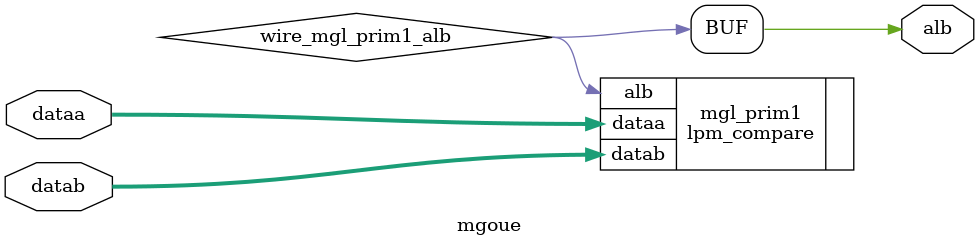
<source format=v>






//synthesis_resources = lpm_compare 1 
//synopsys translate_off
`timescale 1 ps / 1 ps
//synopsys translate_on
module  mgoue
	( 
	alb,
	dataa,
	datab) /* synthesis synthesis_clearbox=1 */;
	output   alb;
	input   [9:0]  dataa;
	input   [9:0]  datab;

	wire  wire_mgl_prim1_alb;

	lpm_compare   mgl_prim1
	( 
	.alb(wire_mgl_prim1_alb),
	.dataa(dataa),
	.datab(datab));
	defparam
		mgl_prim1.lpm_representation = "UNSIGNED",
		mgl_prim1.lpm_type = "LPM_COMPARE",
		mgl_prim1.lpm_width = 10,
		mgl_prim1.lpm_hint = "ONE_INPUT_IS_CONSTANT=YES";
	assign
		alb = wire_mgl_prim1_alb;
endmodule //mgoue
//VALID FILE

</source>
